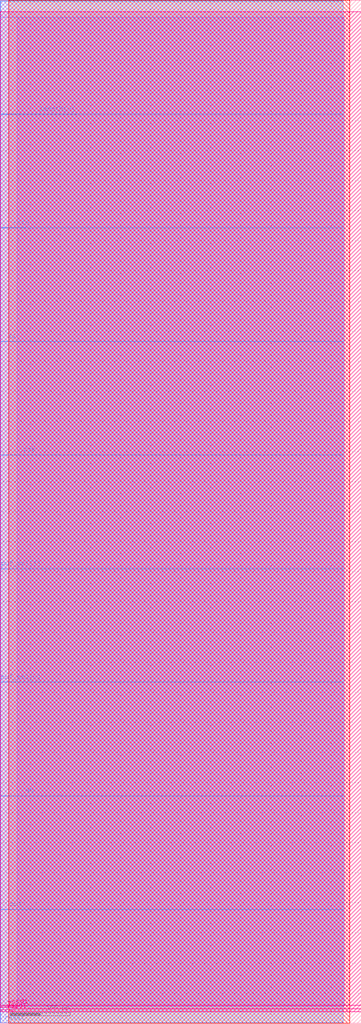
<source format=lef>
VERSION 5.7 ;
  NOWIREEXTENSIONATPIN ON ;
  DIVIDERCHAR "/" ;
  BUSBITCHARS "[]" ;
MACRO puf_super
  CLASS BLOCK ;
  FOREIGN puf_super ;
  ORIGIN 0.000 0.000 ;
  SIZE 599.840 BY 1700.000 ;
  PIN reset
    PORT
      LAYER met3 ;
        RECT 0.000 0.520 13.890 0.820 ;
    END
  END reset
  PIN clk
    PORT
      LAYER met3 ;
        RECT 0.000 944.190 76.450 944.490 ;
    END
  END clk
  PIN si
    PORT
      LAYER met3 ;
        RECT 0.000 1132.680 24.470 1132.980 ;
    END
  END si
  PIN rstn
    PORT
      LAYER met3 ;
        RECT 0.000 1321.780 41.030 1322.080 ;
    END
  END rstn
  PIN puf_sel[1]
    PORT
      LAYER met3 ;
        RECT 0.000 755.090 1.010 755.390 ;
    END
  END puf_sel[1]
  PIN puf_sel[0]
    PORT
      LAYER met3 ;
        RECT 0.000 566.600 1.010 566.900 ;
    END
  END puf_sel[0]
  PIN length[1]
    PORT
      LAYER met3 ;
        RECT 0.000 1698.760 68.630 1699.060 ;
    END
  END length[1]
  PIN length[0]
    PORT
      LAYER met3 ;
        RECT 0.000 1510.270 127.510 1510.570 ;
    END
  END length[0]
  PIN out
    PORT
      LAYER met3 ;
        RECT 0.000 189.010 30.910 189.310 ;
    END
  END out
  PIN so
    PORT
      LAYER met3 ;
        RECT 0.000 377.500 82.890 377.800 ;
    END
  END so
  PIN vssd1
    PORT
      LAYER met5 ;
        RECT 0.000 19.260 19.380 22.360 ;
    END
  END vssd1
  PIN vccd1
    PORT
      LAYER met5 ;
        RECT 0.000 25.460 25.580 28.560 ;
    END
  END vccd1
  OBS
      LAYER li1 ;
        RECT 28.520 28.475 571.320 1671.525 ;
      LAYER met1 ;
        RECT 0.530 28.320 571.320 1671.680 ;
      LAYER met2 ;
        RECT 0.160 0.485 570.000 1699.095 ;
      LAYER met3 ;
        RECT 69.030 1698.360 570.000 1699.075 ;
        RECT 0.985 1510.970 570.000 1698.360 ;
        RECT 127.910 1509.870 570.000 1510.970 ;
        RECT 0.985 1322.480 570.000 1509.870 ;
        RECT 41.430 1321.380 570.000 1322.480 ;
        RECT 0.985 1133.380 570.000 1321.380 ;
        RECT 24.870 1132.280 570.000 1133.380 ;
        RECT 0.985 944.890 570.000 1132.280 ;
        RECT 76.850 943.790 570.000 944.890 ;
        RECT 0.985 755.790 570.000 943.790 ;
        RECT 1.410 754.690 570.000 755.790 ;
        RECT 0.985 567.300 570.000 754.690 ;
        RECT 1.410 566.200 570.000 567.300 ;
        RECT 0.985 378.200 570.000 566.200 ;
        RECT 83.290 377.100 570.000 378.200 ;
        RECT 0.985 189.710 570.000 377.100 ;
        RECT 31.310 188.610 570.000 189.710 ;
        RECT 0.985 1.220 570.000 188.610 ;
        RECT 14.290 0.505 570.000 1.220 ;
      LAYER met4 ;
        RECT 14.095 0.000 580.620 1700.000 ;
      LAYER met5 ;
        RECT 0.000 30.160 599.840 1680.740 ;
        RECT 27.180 23.860 599.840 30.160 ;
        RECT 20.980 19.260 599.840 23.860 ;
  END
END puf_super
END LIBRARY


</source>
